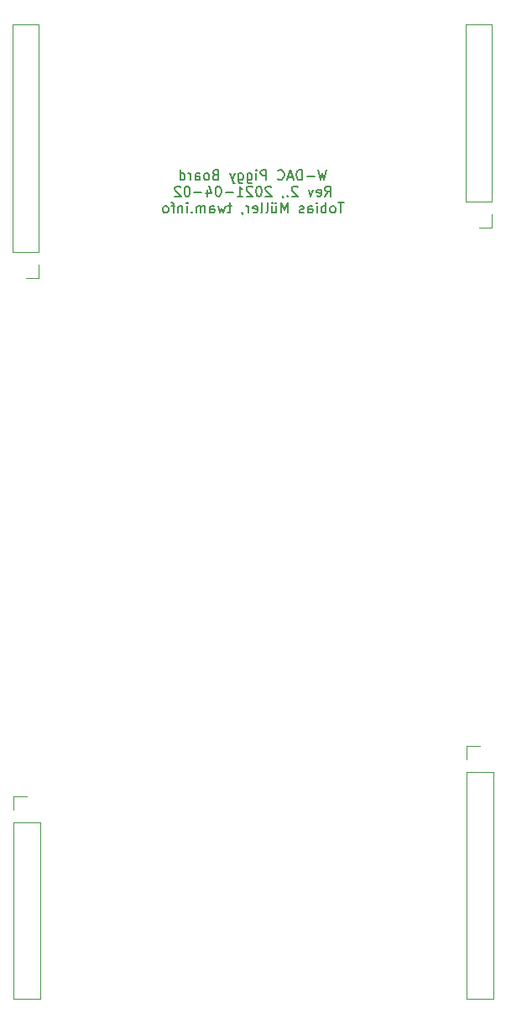
<source format=gbr>
%TF.GenerationSoftware,KiCad,Pcbnew,(5.1.9-0-10_14)*%
%TF.CreationDate,2021-04-02T13:04:38+02:00*%
%TF.ProjectId,W-DAC Piggy Board,572d4441-4320-4506-9967-677920426f61,rev?*%
%TF.SameCoordinates,Original*%
%TF.FileFunction,Legend,Bot*%
%TF.FilePolarity,Positive*%
%FSLAX46Y46*%
G04 Gerber Fmt 4.6, Leading zero omitted, Abs format (unit mm)*
G04 Created by KiCad (PCBNEW (5.1.9-0-10_14)) date 2021-04-02 13:04:38*
%MOMM*%
%LPD*%
G01*
G04 APERTURE LIST*
%ADD10C,0.150000*%
%ADD11C,0.120000*%
G04 APERTURE END LIST*
D10*
X157428571Y-55552380D02*
X157190476Y-56552380D01*
X157000000Y-55838095D01*
X156809523Y-56552380D01*
X156571428Y-55552380D01*
X156190476Y-56171428D02*
X155428571Y-56171428D01*
X154952380Y-56552380D02*
X154952380Y-55552380D01*
X154714285Y-55552380D01*
X154571428Y-55600000D01*
X154476190Y-55695238D01*
X154428571Y-55790476D01*
X154380952Y-55980952D01*
X154380952Y-56123809D01*
X154428571Y-56314285D01*
X154476190Y-56409523D01*
X154571428Y-56504761D01*
X154714285Y-56552380D01*
X154952380Y-56552380D01*
X154000000Y-56266666D02*
X153523809Y-56266666D01*
X154095238Y-56552380D02*
X153761904Y-55552380D01*
X153428571Y-56552380D01*
X152523809Y-56457142D02*
X152571428Y-56504761D01*
X152714285Y-56552380D01*
X152809523Y-56552380D01*
X152952380Y-56504761D01*
X153047619Y-56409523D01*
X153095238Y-56314285D01*
X153142857Y-56123809D01*
X153142857Y-55980952D01*
X153095238Y-55790476D01*
X153047619Y-55695238D01*
X152952380Y-55600000D01*
X152809523Y-55552380D01*
X152714285Y-55552380D01*
X152571428Y-55600000D01*
X152523809Y-55647619D01*
X151333333Y-56552380D02*
X151333333Y-55552380D01*
X150952380Y-55552380D01*
X150857142Y-55600000D01*
X150809523Y-55647619D01*
X150761904Y-55742857D01*
X150761904Y-55885714D01*
X150809523Y-55980952D01*
X150857142Y-56028571D01*
X150952380Y-56076190D01*
X151333333Y-56076190D01*
X150333333Y-56552380D02*
X150333333Y-55885714D01*
X150333333Y-55552380D02*
X150380952Y-55600000D01*
X150333333Y-55647619D01*
X150285714Y-55600000D01*
X150333333Y-55552380D01*
X150333333Y-55647619D01*
X149428571Y-55885714D02*
X149428571Y-56695238D01*
X149476190Y-56790476D01*
X149523809Y-56838095D01*
X149619047Y-56885714D01*
X149761904Y-56885714D01*
X149857142Y-56838095D01*
X149428571Y-56504761D02*
X149523809Y-56552380D01*
X149714285Y-56552380D01*
X149809523Y-56504761D01*
X149857142Y-56457142D01*
X149904761Y-56361904D01*
X149904761Y-56076190D01*
X149857142Y-55980952D01*
X149809523Y-55933333D01*
X149714285Y-55885714D01*
X149523809Y-55885714D01*
X149428571Y-55933333D01*
X148523809Y-55885714D02*
X148523809Y-56695238D01*
X148571428Y-56790476D01*
X148619047Y-56838095D01*
X148714285Y-56885714D01*
X148857142Y-56885714D01*
X148952380Y-56838095D01*
X148523809Y-56504761D02*
X148619047Y-56552380D01*
X148809523Y-56552380D01*
X148904761Y-56504761D01*
X148952380Y-56457142D01*
X149000000Y-56361904D01*
X149000000Y-56076190D01*
X148952380Y-55980952D01*
X148904761Y-55933333D01*
X148809523Y-55885714D01*
X148619047Y-55885714D01*
X148523809Y-55933333D01*
X148142857Y-55885714D02*
X147904761Y-56552380D01*
X147666666Y-55885714D02*
X147904761Y-56552380D01*
X148000000Y-56790476D01*
X148047619Y-56838095D01*
X148142857Y-56885714D01*
X146190476Y-56028571D02*
X146047619Y-56076190D01*
X146000000Y-56123809D01*
X145952380Y-56219047D01*
X145952380Y-56361904D01*
X146000000Y-56457142D01*
X146047619Y-56504761D01*
X146142857Y-56552380D01*
X146523809Y-56552380D01*
X146523809Y-55552380D01*
X146190476Y-55552380D01*
X146095238Y-55600000D01*
X146047619Y-55647619D01*
X146000000Y-55742857D01*
X146000000Y-55838095D01*
X146047619Y-55933333D01*
X146095238Y-55980952D01*
X146190476Y-56028571D01*
X146523809Y-56028571D01*
X145380952Y-56552380D02*
X145476190Y-56504761D01*
X145523809Y-56457142D01*
X145571428Y-56361904D01*
X145571428Y-56076190D01*
X145523809Y-55980952D01*
X145476190Y-55933333D01*
X145380952Y-55885714D01*
X145238095Y-55885714D01*
X145142857Y-55933333D01*
X145095238Y-55980952D01*
X145047619Y-56076190D01*
X145047619Y-56361904D01*
X145095238Y-56457142D01*
X145142857Y-56504761D01*
X145238095Y-56552380D01*
X145380952Y-56552380D01*
X144190476Y-56552380D02*
X144190476Y-56028571D01*
X144238095Y-55933333D01*
X144333333Y-55885714D01*
X144523809Y-55885714D01*
X144619047Y-55933333D01*
X144190476Y-56504761D02*
X144285714Y-56552380D01*
X144523809Y-56552380D01*
X144619047Y-56504761D01*
X144666666Y-56409523D01*
X144666666Y-56314285D01*
X144619047Y-56219047D01*
X144523809Y-56171428D01*
X144285714Y-56171428D01*
X144190476Y-56123809D01*
X143714285Y-56552380D02*
X143714285Y-55885714D01*
X143714285Y-56076190D02*
X143666666Y-55980952D01*
X143619047Y-55933333D01*
X143523809Y-55885714D01*
X143428571Y-55885714D01*
X142666666Y-56552380D02*
X142666666Y-55552380D01*
X142666666Y-56504761D02*
X142761904Y-56552380D01*
X142952380Y-56552380D01*
X143047619Y-56504761D01*
X143095238Y-56457142D01*
X143142857Y-56361904D01*
X143142857Y-56076190D01*
X143095238Y-55980952D01*
X143047619Y-55933333D01*
X142952380Y-55885714D01*
X142761904Y-55885714D01*
X142666666Y-55933333D01*
X157261904Y-58202380D02*
X157595238Y-57726190D01*
X157833333Y-58202380D02*
X157833333Y-57202380D01*
X157452380Y-57202380D01*
X157357142Y-57250000D01*
X157309523Y-57297619D01*
X157261904Y-57392857D01*
X157261904Y-57535714D01*
X157309523Y-57630952D01*
X157357142Y-57678571D01*
X157452380Y-57726190D01*
X157833333Y-57726190D01*
X156452380Y-58154761D02*
X156547619Y-58202380D01*
X156738095Y-58202380D01*
X156833333Y-58154761D01*
X156880952Y-58059523D01*
X156880952Y-57678571D01*
X156833333Y-57583333D01*
X156738095Y-57535714D01*
X156547619Y-57535714D01*
X156452380Y-57583333D01*
X156404761Y-57678571D01*
X156404761Y-57773809D01*
X156880952Y-57869047D01*
X156071428Y-57535714D02*
X155833333Y-58202380D01*
X155595238Y-57535714D01*
X154500000Y-57297619D02*
X154452380Y-57250000D01*
X154357142Y-57202380D01*
X154119047Y-57202380D01*
X154023809Y-57250000D01*
X153976190Y-57297619D01*
X153928571Y-57392857D01*
X153928571Y-57488095D01*
X153976190Y-57630952D01*
X154547619Y-58202380D01*
X153928571Y-58202380D01*
X153500000Y-58107142D02*
X153452380Y-58154761D01*
X153500000Y-58202380D01*
X153547619Y-58154761D01*
X153500000Y-58107142D01*
X153500000Y-58202380D01*
X152976190Y-58154761D02*
X152976190Y-58202380D01*
X153023809Y-58297619D01*
X153071428Y-58345238D01*
X151833333Y-57297619D02*
X151785714Y-57250000D01*
X151690476Y-57202380D01*
X151452380Y-57202380D01*
X151357142Y-57250000D01*
X151309523Y-57297619D01*
X151261904Y-57392857D01*
X151261904Y-57488095D01*
X151309523Y-57630952D01*
X151880952Y-58202380D01*
X151261904Y-58202380D01*
X150642857Y-57202380D02*
X150547619Y-57202380D01*
X150452380Y-57250000D01*
X150404761Y-57297619D01*
X150357142Y-57392857D01*
X150309523Y-57583333D01*
X150309523Y-57821428D01*
X150357142Y-58011904D01*
X150404761Y-58107142D01*
X150452380Y-58154761D01*
X150547619Y-58202380D01*
X150642857Y-58202380D01*
X150738095Y-58154761D01*
X150785714Y-58107142D01*
X150833333Y-58011904D01*
X150880952Y-57821428D01*
X150880952Y-57583333D01*
X150833333Y-57392857D01*
X150785714Y-57297619D01*
X150738095Y-57250000D01*
X150642857Y-57202380D01*
X149928571Y-57297619D02*
X149880952Y-57250000D01*
X149785714Y-57202380D01*
X149547619Y-57202380D01*
X149452380Y-57250000D01*
X149404761Y-57297619D01*
X149357142Y-57392857D01*
X149357142Y-57488095D01*
X149404761Y-57630952D01*
X149976190Y-58202380D01*
X149357142Y-58202380D01*
X148404761Y-58202380D02*
X148976190Y-58202380D01*
X148690476Y-58202380D02*
X148690476Y-57202380D01*
X148785714Y-57345238D01*
X148880952Y-57440476D01*
X148976190Y-57488095D01*
X147976190Y-57821428D02*
X147214285Y-57821428D01*
X146547619Y-57202380D02*
X146452380Y-57202380D01*
X146357142Y-57250000D01*
X146309523Y-57297619D01*
X146261904Y-57392857D01*
X146214285Y-57583333D01*
X146214285Y-57821428D01*
X146261904Y-58011904D01*
X146309523Y-58107142D01*
X146357142Y-58154761D01*
X146452380Y-58202380D01*
X146547619Y-58202380D01*
X146642857Y-58154761D01*
X146690476Y-58107142D01*
X146738095Y-58011904D01*
X146785714Y-57821428D01*
X146785714Y-57583333D01*
X146738095Y-57392857D01*
X146690476Y-57297619D01*
X146642857Y-57250000D01*
X146547619Y-57202380D01*
X145357142Y-57535714D02*
X145357142Y-58202380D01*
X145595238Y-57154761D02*
X145833333Y-57869047D01*
X145214285Y-57869047D01*
X144833333Y-57821428D02*
X144071428Y-57821428D01*
X143404761Y-57202380D02*
X143309523Y-57202380D01*
X143214285Y-57250000D01*
X143166666Y-57297619D01*
X143119047Y-57392857D01*
X143071428Y-57583333D01*
X143071428Y-57821428D01*
X143119047Y-58011904D01*
X143166666Y-58107142D01*
X143214285Y-58154761D01*
X143309523Y-58202380D01*
X143404761Y-58202380D01*
X143500000Y-58154761D01*
X143547619Y-58107142D01*
X143595238Y-58011904D01*
X143642857Y-57821428D01*
X143642857Y-57583333D01*
X143595238Y-57392857D01*
X143547619Y-57297619D01*
X143500000Y-57250000D01*
X143404761Y-57202380D01*
X142690476Y-57297619D02*
X142642857Y-57250000D01*
X142547619Y-57202380D01*
X142309523Y-57202380D01*
X142214285Y-57250000D01*
X142166666Y-57297619D01*
X142119047Y-57392857D01*
X142119047Y-57488095D01*
X142166666Y-57630952D01*
X142738095Y-58202380D01*
X142119047Y-58202380D01*
X159166666Y-58852380D02*
X158595238Y-58852380D01*
X158880952Y-59852380D02*
X158880952Y-58852380D01*
X158119047Y-59852380D02*
X158214285Y-59804761D01*
X158261904Y-59757142D01*
X158309523Y-59661904D01*
X158309523Y-59376190D01*
X158261904Y-59280952D01*
X158214285Y-59233333D01*
X158119047Y-59185714D01*
X157976190Y-59185714D01*
X157880952Y-59233333D01*
X157833333Y-59280952D01*
X157785714Y-59376190D01*
X157785714Y-59661904D01*
X157833333Y-59757142D01*
X157880952Y-59804761D01*
X157976190Y-59852380D01*
X158119047Y-59852380D01*
X157357142Y-59852380D02*
X157357142Y-58852380D01*
X157357142Y-59233333D02*
X157261904Y-59185714D01*
X157071428Y-59185714D01*
X156976190Y-59233333D01*
X156928571Y-59280952D01*
X156880952Y-59376190D01*
X156880952Y-59661904D01*
X156928571Y-59757142D01*
X156976190Y-59804761D01*
X157071428Y-59852380D01*
X157261904Y-59852380D01*
X157357142Y-59804761D01*
X156452380Y-59852380D02*
X156452380Y-59185714D01*
X156452380Y-58852380D02*
X156500000Y-58900000D01*
X156452380Y-58947619D01*
X156404761Y-58900000D01*
X156452380Y-58852380D01*
X156452380Y-58947619D01*
X155547619Y-59852380D02*
X155547619Y-59328571D01*
X155595238Y-59233333D01*
X155690476Y-59185714D01*
X155880952Y-59185714D01*
X155976190Y-59233333D01*
X155547619Y-59804761D02*
X155642857Y-59852380D01*
X155880952Y-59852380D01*
X155976190Y-59804761D01*
X156023809Y-59709523D01*
X156023809Y-59614285D01*
X155976190Y-59519047D01*
X155880952Y-59471428D01*
X155642857Y-59471428D01*
X155547619Y-59423809D01*
X155119047Y-59804761D02*
X155023809Y-59852380D01*
X154833333Y-59852380D01*
X154738095Y-59804761D01*
X154690476Y-59709523D01*
X154690476Y-59661904D01*
X154738095Y-59566666D01*
X154833333Y-59519047D01*
X154976190Y-59519047D01*
X155071428Y-59471428D01*
X155119047Y-59376190D01*
X155119047Y-59328571D01*
X155071428Y-59233333D01*
X154976190Y-59185714D01*
X154833333Y-59185714D01*
X154738095Y-59233333D01*
X153500000Y-59852380D02*
X153500000Y-58852380D01*
X153166666Y-59566666D01*
X152833333Y-58852380D01*
X152833333Y-59852380D01*
X151928571Y-59185714D02*
X151928571Y-59852380D01*
X152357142Y-59185714D02*
X152357142Y-59709523D01*
X152309523Y-59804761D01*
X152214285Y-59852380D01*
X152071428Y-59852380D01*
X151976190Y-59804761D01*
X151928571Y-59757142D01*
X152309523Y-58852380D02*
X152261904Y-58900000D01*
X152309523Y-58947619D01*
X152357142Y-58900000D01*
X152309523Y-58852380D01*
X152309523Y-58947619D01*
X151928571Y-58852380D02*
X151880952Y-58900000D01*
X151928571Y-58947619D01*
X151976190Y-58900000D01*
X151928571Y-58852380D01*
X151928571Y-58947619D01*
X151309523Y-59852380D02*
X151404761Y-59804761D01*
X151452380Y-59709523D01*
X151452380Y-58852380D01*
X150785714Y-59852380D02*
X150880952Y-59804761D01*
X150928571Y-59709523D01*
X150928571Y-58852380D01*
X150023809Y-59804761D02*
X150119047Y-59852380D01*
X150309523Y-59852380D01*
X150404761Y-59804761D01*
X150452380Y-59709523D01*
X150452380Y-59328571D01*
X150404761Y-59233333D01*
X150309523Y-59185714D01*
X150119047Y-59185714D01*
X150023809Y-59233333D01*
X149976190Y-59328571D01*
X149976190Y-59423809D01*
X150452380Y-59519047D01*
X149547619Y-59852380D02*
X149547619Y-59185714D01*
X149547619Y-59376190D02*
X149500000Y-59280952D01*
X149452380Y-59233333D01*
X149357142Y-59185714D01*
X149261904Y-59185714D01*
X148880952Y-59804761D02*
X148880952Y-59852380D01*
X148928571Y-59947619D01*
X148976190Y-59995238D01*
X147833333Y-59185714D02*
X147452380Y-59185714D01*
X147690476Y-58852380D02*
X147690476Y-59709523D01*
X147642857Y-59804761D01*
X147547619Y-59852380D01*
X147452380Y-59852380D01*
X147214285Y-59185714D02*
X147023809Y-59852380D01*
X146833333Y-59376190D01*
X146642857Y-59852380D01*
X146452380Y-59185714D01*
X145642857Y-59852380D02*
X145642857Y-59328571D01*
X145690476Y-59233333D01*
X145785714Y-59185714D01*
X145976190Y-59185714D01*
X146071428Y-59233333D01*
X145642857Y-59804761D02*
X145738095Y-59852380D01*
X145976190Y-59852380D01*
X146071428Y-59804761D01*
X146119047Y-59709523D01*
X146119047Y-59614285D01*
X146071428Y-59519047D01*
X145976190Y-59471428D01*
X145738095Y-59471428D01*
X145642857Y-59423809D01*
X145166666Y-59852380D02*
X145166666Y-59185714D01*
X145166666Y-59280952D02*
X145119047Y-59233333D01*
X145023809Y-59185714D01*
X144880952Y-59185714D01*
X144785714Y-59233333D01*
X144738095Y-59328571D01*
X144738095Y-59852380D01*
X144738095Y-59328571D02*
X144690476Y-59233333D01*
X144595238Y-59185714D01*
X144452380Y-59185714D01*
X144357142Y-59233333D01*
X144309523Y-59328571D01*
X144309523Y-59852380D01*
X143833333Y-59757142D02*
X143785714Y-59804761D01*
X143833333Y-59852380D01*
X143880952Y-59804761D01*
X143833333Y-59757142D01*
X143833333Y-59852380D01*
X143357142Y-59852380D02*
X143357142Y-59185714D01*
X143357142Y-58852380D02*
X143404761Y-58900000D01*
X143357142Y-58947619D01*
X143309523Y-58900000D01*
X143357142Y-58852380D01*
X143357142Y-58947619D01*
X142880952Y-59185714D02*
X142880952Y-59852380D01*
X142880952Y-59280952D02*
X142833333Y-59233333D01*
X142738095Y-59185714D01*
X142595238Y-59185714D01*
X142500000Y-59233333D01*
X142452380Y-59328571D01*
X142452380Y-59852380D01*
X142119047Y-59185714D02*
X141738095Y-59185714D01*
X141976190Y-59852380D02*
X141976190Y-58995238D01*
X141928571Y-58900000D01*
X141833333Y-58852380D01*
X141738095Y-58852380D01*
X141261904Y-59852380D02*
X141357142Y-59804761D01*
X141404761Y-59757142D01*
X141452380Y-59661904D01*
X141452380Y-59376190D01*
X141404761Y-59280952D01*
X141357142Y-59233333D01*
X141261904Y-59185714D01*
X141119047Y-59185714D01*
X141023809Y-59233333D01*
X140976190Y-59280952D01*
X140928571Y-59376190D01*
X140928571Y-59661904D01*
X140976190Y-59757142D01*
X141023809Y-59804761D01*
X141119047Y-59852380D01*
X141261904Y-59852380D01*
D11*
%TO.C,J5*%
X174250000Y-116190000D02*
X171590000Y-116190000D01*
X174250000Y-116190000D02*
X174250000Y-139110000D01*
X174250000Y-139110000D02*
X171590000Y-139110000D01*
X171590000Y-116190000D02*
X171590000Y-139110000D01*
X171590000Y-113590000D02*
X171590000Y-114920000D01*
X172920000Y-113590000D02*
X171590000Y-113590000D01*
%TO.C,J2*%
X128530000Y-121270000D02*
X125870000Y-121270000D01*
X128530000Y-121270000D02*
X128530000Y-139110000D01*
X128530000Y-139110000D02*
X125870000Y-139110000D01*
X125870000Y-121270000D02*
X125870000Y-139110000D01*
X125870000Y-118670000D02*
X125870000Y-120000000D01*
X127200000Y-118670000D02*
X125870000Y-118670000D01*
%TO.C,J4*%
X171470000Y-58730000D02*
X174130000Y-58730000D01*
X171470000Y-58730000D02*
X171470000Y-40890000D01*
X171470000Y-40890000D02*
X174130000Y-40890000D01*
X174130000Y-58730000D02*
X174130000Y-40890000D01*
X174130000Y-61330000D02*
X174130000Y-60000000D01*
X172800000Y-61330000D02*
X174130000Y-61330000D01*
%TO.C,J3*%
X125750000Y-63810000D02*
X128410000Y-63810000D01*
X125750000Y-63810000D02*
X125750000Y-40890000D01*
X125750000Y-40890000D02*
X128410000Y-40890000D01*
X128410000Y-63810000D02*
X128410000Y-40890000D01*
X128410000Y-66410000D02*
X128410000Y-65080000D01*
X127080000Y-66410000D02*
X128410000Y-66410000D01*
%TD*%
M02*

</source>
